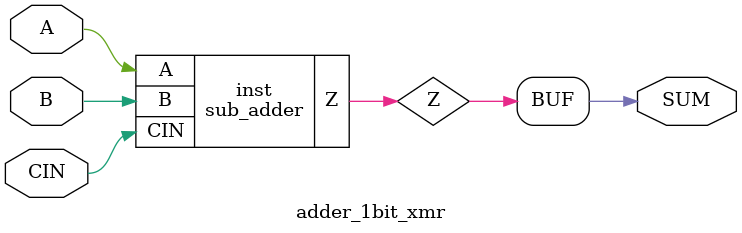
<source format=v>


module sub_adder
(
  input A,
  input B,
  input CIN,
  output Z
);

  assign Z = A ^ B ^ CIN;

endmodule



module adder_1bit_xmr
(
  input A,
  input B,
  input CIN,
  output SUM
);

  wire Z;

  sub_adder
  inst
  (
    .A(A),
    .B(B),
    .CIN(CIN),
    .Z(Z)
  );

  assign SUM = Z;

endmodule


</source>
